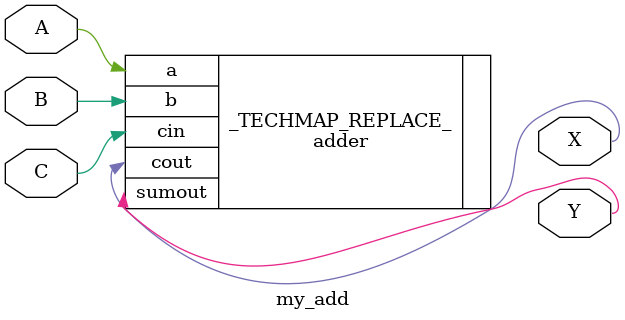
<source format=v>
(* techmap_celltype = "$alu" *)
module my_add (A, B, C, X, Y);

	input A, B, C;
	output X, Y;

	adder #() _TECHMAP_REPLACE_ (
		.a		(A),
		.b		(B),
		.cin	(C),
		.sumout	(Y),
		.cout	(X) );
	
endmodule

</source>
